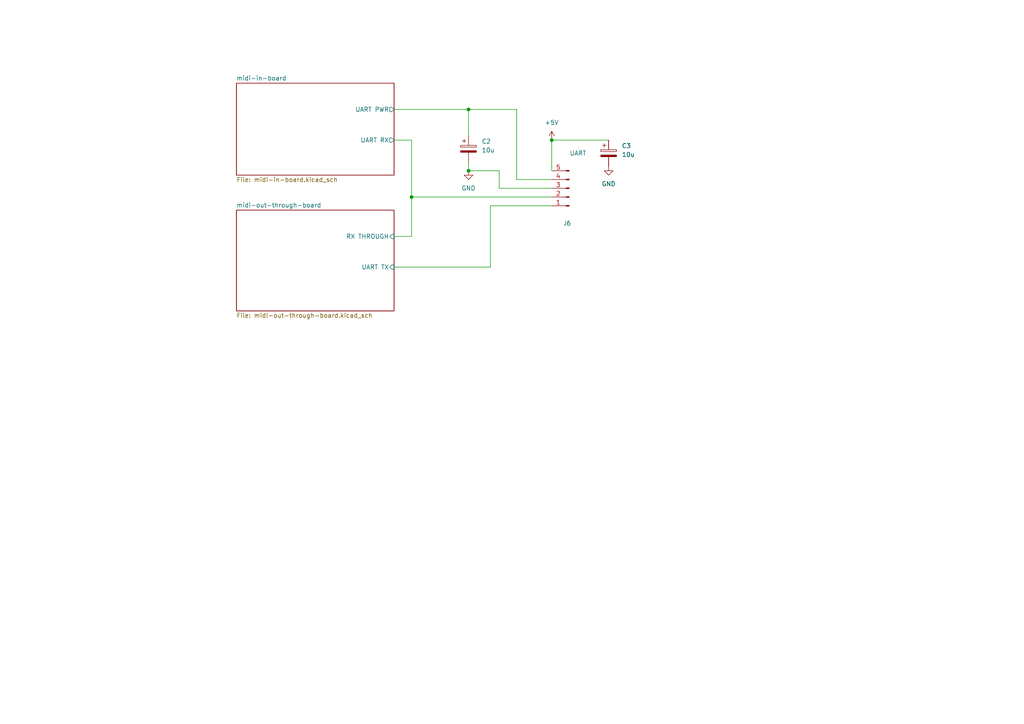
<source format=kicad_sch>
(kicad_sch (version 20230121) (generator eeschema)
  (paper "A4")
  (lib_symbols
    (symbol "Connector:Conn_01x05_Pin" (pin_names (offset 1.016) hide)
      (property "Reference" "J" (at 0 7.62 0))
      (property "Value" "Conn_01x05_Pin" (at 0 -7.62 0))
      (symbol "Conn_01x05_Pin_1_1"
        (polyline (pts (xy 1.27 -5.08) (xy 0.8636 -5.08)) (stroke (width 0.1524)))
        (polyline (pts (xy 1.27 -2.54) (xy 0.8636 -2.54)) (stroke (width 0.1524)))
        (polyline (pts (xy 1.27 0) (xy 0.8636 0)) (stroke (width 0.1524)))
        (polyline (pts (xy 1.27 2.54) (xy 0.8636 2.54)) (stroke (width 0.1524)))
        (polyline (pts (xy 1.27 5.08) (xy 0.8636 5.08)) (stroke (width 0.1524)))
        (rectangle (start 0.8636 -4.953) (end 0 -5.207) (stroke (width 0.1524)) (fill (type outline)))
        (rectangle (start 0.8636 -2.413) (end 0 -2.667) (stroke (width 0.1524)) (fill (type outline)))
        (rectangle (start 0.8636 0.127) (end 0 -0.127) (stroke (width 0.1524)) (fill (type outline)))
        (rectangle (start 0.8636 2.667) (end 0 2.413) (stroke (width 0.1524)) (fill (type outline)))
        (rectangle (start 0.8636 5.207) (end 0 4.953) (stroke (width 0.1524)) (fill (type outline)))
        (pin passive line (at 5.08 5.08 180) (length 3.81) (name "Pin_1") (number "1"))
        (pin passive line (at 5.08 2.54 180) (length 3.81) (name "Pin_2") (number "2"))
        (pin passive line (at 5.08 0 180) (length 3.81) (name "Pin_3") (number "3"))
        (pin passive line (at 5.08 -2.54 180) (length 3.81) (name "Pin_4") (number "4"))
        (pin passive line (at 5.08 -5.08 180) (length 3.81) (name "Pin_5") (number "5"))
      )
    )
    (symbol "Device:C_Polarized" (pin_numbers hide) (pin_names (offset 0.254))
      (property "Reference" "C" (at 0.635 2.54 0))
      (property "Value" "C_Polarized" (at 0.635 -2.54 0))
      (symbol "C_Polarized_0_1"
        (rectangle (start -2.286 0.508) (end 2.286 1.016))
        (polyline (pts (xy -1.778 2.286) (xy -0.762 2.286)))
        (polyline (pts (xy -1.27 2.794) (xy -1.27 1.778)))
        (rectangle (start 2.286 -0.508) (end -2.286 -1.016) (fill (type outline)))
      )
      (symbol "C_Polarized_1_1"
        (pin passive line (at 0 3.81 270) (length 2.794) (name "~") (number "1"))
        (pin passive line (at 0 -3.81 90) (length 2.794) (name "~") (number "2"))
      )
    )
    (symbol "power:+5V" (power) (pin_names (offset 0))
      (property "Value" "+5V" (at 0 3.556 0))
      (symbol "+5V_0_1"
        (polyline (pts (xy -0.762 1.27) (xy 0 2.54)))
        (polyline (pts (xy 0 0) (xy 0 2.54)))
        (polyline (pts (xy 0 2.54) (xy 0.762 1.27)))
      )
      (symbol "+5V_1_1"
        (pin power_in line (at 0 0 90) (length 0) hide (name "+5V") (number "1"))
      )
    )
    (symbol "power:GND" (power) (pin_names (offset 0))
      (property "Value" "GND" (at 0 -3.81 0))
      (symbol "GND_0_1"
        (polyline (pts (xy 0 0) (xy 0 -1.27) (xy 1.27 -1.27) (xy 0 -2.54) (xy -1.27 -1.27) (xy 0 -1.27)))
      )
      (symbol "GND_1_1"
        (pin power_in line (at 0 0 270) (length 0) hide (name "GND") (number "1"))
      )
    )
  )
  (junction (at 160.02 40.64))
  (junction (at 135.89 49.53))
  (junction (at 119.38 57.15))
  (junction (at 135.89 31.75))
  (wire (pts (xy 119.38 57.15) (xy 119.38 68.58)))
  (wire (pts (xy 142.24 59.69) (xy 142.24 77.47)))
  (wire (pts (xy 142.24 77.47) (xy 114.3 77.47)))
  (wire (pts (xy 160.02 52.07) (xy 149.86 52.07)))
  (wire (pts (xy 119.38 57.15) (xy 160.02 57.15)))
  (wire (pts (xy 119.38 68.58) (xy 114.3 68.58)))
  (wire (pts (xy 135.89 46.99) (xy 135.89 49.53)))
  (wire (pts (xy 149.86 31.75) (xy 135.89 31.75)))
  (wire (pts (xy 144.78 54.61) (xy 160.02 54.61)))
  (wire (pts (xy 160.02 59.69) (xy 142.24 59.69)))
  (wire (pts (xy 144.78 49.53) (xy 144.78 54.61)))
  (wire (pts (xy 160.02 40.64) (xy 160.02 49.53)))
  (wire (pts (xy 135.89 31.75) (xy 114.3 31.75)))
  (wire (pts (xy 149.86 52.07) (xy 149.86 31.75)))
  (wire (pts (xy 119.38 40.64) (xy 119.38 57.15)))
  (wire (pts (xy 135.89 31.75) (xy 135.89 39.37)))
  (wire (pts (xy 135.89 49.53) (xy 144.78 49.53)))
  (wire (pts (xy 114.3 40.64) (xy 119.38 40.64)))
  (wire (pts (xy 160.02 40.64) (xy 176.53 40.64)))
  (symbol (lib_id "Device:C_Polarized") (at 135.89 43.18 0) (unit 1)
    (property "Reference" "C2" (at 139.7 41.021 0) (effects (justify left)))
    (property "Value" "10u" (at 139.7 43.561 0) (effects (justify left)))
  )
  (symbol (lib_id "power:GND") (at 135.89 49.53 0) (unit 1)
    (property "Reference" "#PWR017" (effects hide))
    (property "Value" "GND" (at 135.89 54.61 0))
  )
  (symbol (lib_id "Connector:Conn_01x05_Pin") (at 165.1 54.61 180) (unit 1)
    (property "Reference" "J6" (at 164.465 64.77 0))
    (property "Value" "UART" (at 167.64 44.45 0))
  )
  (symbol (lib_id "power:+5V") (at 160.02 40.64 0) (unit 1)
    (property "Reference" "#PWR016" (effects hide))
    (property "Value" "+5V" (at 160.02 35.56 0))
  )
  (symbol (lib_id "power:GND") (at 176.53 48.26 0) (unit 1)
    (property "Reference" "#PWR018" (effects hide))
    (property "Value" "GND" (at 176.53 53.34 0))
  )
  (symbol (lib_id "Device:C_Polarized") (at 176.53 44.45 0) (unit 1)
    (property "Reference" "C3" (at 180.34 42.291 0) (effects (justify left)))
    (property "Value" "10u" (at 180.34 44.831 0) (effects (justify left)))
  )
  (sheet (at 68.58 24.13) (size 45.72 26.67) (stroke (width 0.1524))
    (property "Sheetname" "midi-in-board" (at 68.58 23.4184 0) (effects (justify left bottom)))
    (property "Sheetfile" "midi-in-board.kicad_sch" (at 68.58 51.3846 0) (effects (justify left top)))
    (pin "UART RX" output (at 114.3 40.64 0))
    (pin "UART PWR" output (at 114.3 31.75 0))
  )
  (sheet (at 68.58 60.96) (size 45.72 29.21) (stroke (width 0.1524))
    (property "Sheetname" "midi-out-through-board" (at 68.58 60.2484 0) (effects (justify left bottom)))
    (property "Sheetfile" "midi-out-through-board.kicad_sch" (at 68.58 90.7546 0) (effects (justify left top)))
    (pin "RX THROUGH" input (at 114.3 68.58 0))
    (pin "UART TX" input (at 114.3 77.47 0))
  )
)
</source>
